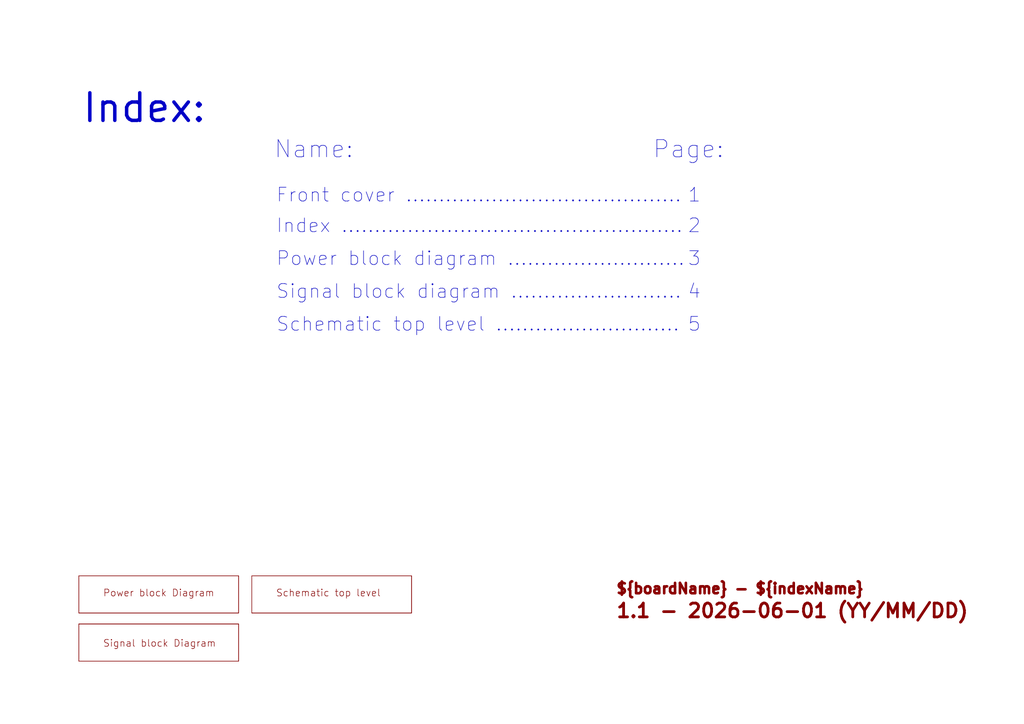
<source format=kicad_sch>
(kicad_sch
	(version 20231120)
	(generator "eeschema")
	(generator_version "8.0")
	(uuid "152dc8ca-1ae6-4745-a4ba-ab361a35bfc2")
	(paper "A4")
	(title_block
		(title "${boardName} - ${indexName}")
		(date "2025-06-06")
		(rev "1.1")
	)
	(lib_symbols)
	(text "5"
		(exclude_from_sim no)
		(at 199.39 96.52 0)
		(effects
			(font
				(size 4 4)
			)
			(justify left bottom)
		)
		(uuid "0711adca-415a-4e8a-9bd4-11b57f3054da")
	)
	(text "3"
		(exclude_from_sim no)
		(at 199.39 77.47 0)
		(effects
			(font
				(size 4 4)
			)
			(justify left bottom)
		)
		(uuid "11a364a0-8d31-431e-8b25-ceb35237b885")
	)
	(text "Power block Diagram"
		(exclude_from_sim no)
		(at 29.845 173.355 0)
		(effects
			(font
				(size 2 2)
				(color 132 0 0 1)
			)
			(justify left bottom)
		)
		(uuid "17c4eb43-cb9b-4ae2-b106-b1be4df2caa5")
	)
	(text "Front cover .........................................."
		(exclude_from_sim no)
		(at 80.01 59.055 0)
		(effects
			(font
				(size 4 4)
			)
			(justify left bottom)
		)
		(uuid "21329ce4-f53b-4757-a186-68e3ce22792c")
	)
	(text "4"
		(exclude_from_sim no)
		(at 199.39 86.995 0)
		(effects
			(font
				(size 4 4)
			)
			(justify left bottom)
		)
		(uuid "26f2b7c8-c2de-4596-8e7c-b877177bb530")
	)
	(text "Schematic top level"
		(exclude_from_sim no)
		(at 80.01 173.355 0)
		(effects
			(font
				(size 2 2)
				(color 132 0 0 1)
			)
			(justify left bottom)
		)
		(uuid "4a73f08e-1815-49ea-b4f4-be684143f8c9")
	)
	(text "1"
		(exclude_from_sim no)
		(at 199.39 59.055 0)
		(effects
			(font
				(size 4 4)
			)
			(justify left bottom)
		)
		(uuid "5a4b792d-7daf-49f9-a003-f77559fa2efd")
	)
	(text "${boardName} - ${indexName}"
		(exclude_from_sim no)
		(at 178.435 172.72 0)
		(effects
			(font
				(size 3 3)
				(thickness 0.8)
				(bold yes)
				(color 132 0 0 1)
			)
			(justify left bottom)
		)
		(uuid "68c73076-fc53-4e33-a915-c4ad7b924b5c")
	)
	(text "Schematic top level ............................"
		(exclude_from_sim no)
		(at 80.01 96.52 0)
		(effects
			(font
				(size 4 4)
			)
			(justify left bottom)
		)
		(uuid "78a44f64-78ce-43c9-9fff-a9cb12ae5e58")
	)
	(text "Index ...................................................."
		(exclude_from_sim no)
		(at 80.01 67.945 0)
		(effects
			(font
				(size 4 4)
			)
			(justify left bottom)
		)
		(uuid "86ab502a-b4f3-439d-b0ba-23f8fc09431b")
	)
	(text "${REVISION} - ${CURRENT_DATE} (YY/MM/DD)"
		(exclude_from_sim no)
		(at 178.435 179.705 0)
		(effects
			(font
				(size 4 4)
				(thickness 0.8)
				(bold yes)
				(color 132 0 0 1)
			)
			(justify left bottom)
		)
		(uuid "8e36bfcd-4ce4-4ce6-a0f0-b2c671aef3b4")
	)
	(text "Signal block diagram .........................."
		(exclude_from_sim no)
		(at 80.01 86.995 0)
		(effects
			(font
				(size 4 4)
			)
			(justify left bottom)
		)
		(uuid "99f42c34-2117-40cd-a543-31079bd518a5")
	)
	(text "Signal block Diagram"
		(exclude_from_sim no)
		(at 29.845 187.96 0)
		(effects
			(font
				(size 2 2)
				(color 132 0 0 1)
			)
			(justify left bottom)
		)
		(uuid "9d999c0d-df88-4b84-9d0a-05287308d64e")
	)
	(text "Name:"
		(exclude_from_sim no)
		(at 79.375 46.355 0)
		(effects
			(font
				(size 5 5)
			)
			(justify left bottom)
		)
		(uuid "abaed4f7-8b9b-42fb-b7e6-2364a8a9edf3")
	)
	(text "Page:"
		(exclude_from_sim no)
		(at 189.23 46.355 0)
		(effects
			(font
				(size 5 5)
			)
			(justify left bottom)
		)
		(uuid "cc55bf8f-d3a8-4da6-a5f8-64c109c81511")
	)
	(text "Power block diagram ..........................."
		(exclude_from_sim no)
		(at 80.01 77.47 0)
		(effects
			(font
				(size 4 4)
			)
			(justify left bottom)
		)
		(uuid "d2463a16-5ee1-4ea5-b724-3f5c6b12b298")
	)
	(text "Index:"
		(exclude_from_sim no)
		(at 23.495 36.195 0)
		(effects
			(font
				(size 8 8)
				(thickness 1)
				(bold yes)
			)
			(justify left bottom)
		)
		(uuid "da5e2eb9-cffc-4a6d-876e-eb7dcbbad407")
	)
	(text "2"
		(exclude_from_sim no)
		(at 199.39 67.945 0)
		(effects
			(font
				(size 4 4)
			)
			(justify left bottom)
		)
		(uuid "f621dca6-2e8a-4ab7-8a4b-480d0a1e895d")
	)
	(sheet
		(at 22.86 167.005)
		(size 46.355 10.795)
		(fields_autoplaced yes)
		(stroke
			(width 0.1524)
			(type solid)
		)
		(fill
			(color 0 0 0 0.0000)
		)
		(uuid "3932ca5d-b3c2-447d-bb12-a2b8dbdde072")
		(property "Sheetname" "PowerBD"
			(at 22.86 166.2934 0)
			(effects
				(font
					(size 1.27 1.27)
				)
				(justify left bottom)
				(hide yes)
			)
		)
		(property "Sheetfile" "PowerBD.kicad_sch"
			(at 22.86 178.3846 0)
			(effects
				(font
					(size 1.27 1.27)
				)
				(justify left top)
				(hide yes)
			)
		)
		(instances
			(project "1.1"
				(path "/e63e39d7-6ac0-4ffd-8aa3-1841a4541b55/eef31ba5-994a-4dab-8b67-8b56d6ec3764"
					(page "3")
				)
			)
		)
	)
	(sheet
		(at 73.025 167.005)
		(size 46.355 10.795)
		(fields_autoplaced yes)
		(stroke
			(width 0.1524)
			(type solid)
		)
		(fill
			(color 0 0 0 0.0000)
		)
		(uuid "51d7b191-4731-4885-91cc-26f33b9ffa53")
		(property "Sheetname" "schTop"
			(at 73.025 166.2934 0)
			(effects
				(font
					(size 1.27 1.27)
				)
				(justify left bottom)
				(hide yes)
			)
		)
		(property "Sheetfile" "schTop.kicad_sch"
			(at 73.025 178.3846 0)
			(effects
				(font
					(size 1.27 1.27)
				)
				(justify left top)
				(hide yes)
			)
		)
		(instances
			(project "1.1"
				(path "/e63e39d7-6ac0-4ffd-8aa3-1841a4541b55/eef31ba5-994a-4dab-8b67-8b56d6ec3764"
					(page "5")
				)
			)
		)
	)
	(sheet
		(at 22.86 180.975)
		(size 46.355 10.795)
		(fields_autoplaced yes)
		(stroke
			(width 0.1524)
			(type solid)
		)
		(fill
			(color 0 0 0 0.0000)
		)
		(uuid "c3b485fe-0f1e-46fb-b3ff-8782ddd819b9")
		(property "Sheetname" "signalBD"
			(at 22.86 180.2634 0)
			(effects
				(font
					(size 1.27 1.27)
				)
				(justify left bottom)
				(hide yes)
			)
		)
		(property "Sheetfile" "signalBD.kicad_sch"
			(at 22.86 192.3546 0)
			(effects
				(font
					(size 1.27 1.27)
				)
				(justify left top)
				(hide yes)
			)
		)
		(instances
			(project "1.1"
				(path "/e63e39d7-6ac0-4ffd-8aa3-1841a4541b55/eef31ba5-994a-4dab-8b67-8b56d6ec3764"
					(page "4")
				)
			)
		)
	)
)

</source>
